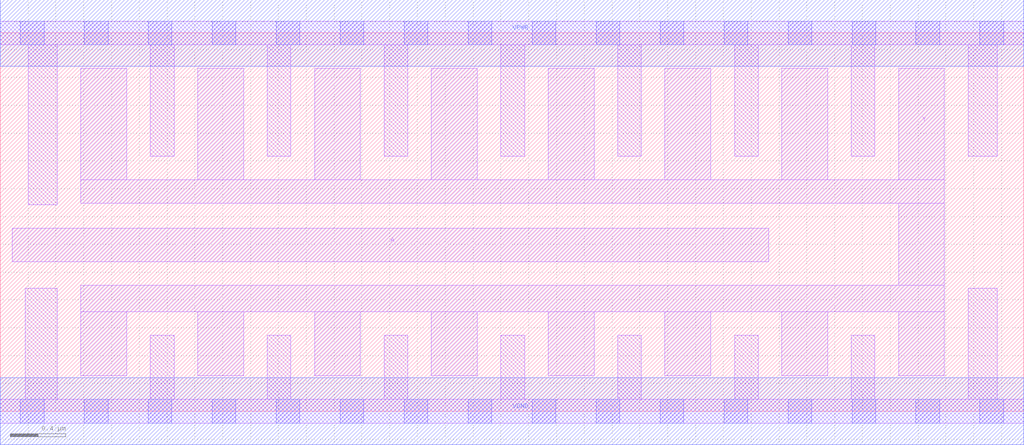
<source format=lef>
# Copyright 2020 The SkyWater PDK Authors
#
# Licensed under the Apache License, Version 2.0 (the "License");
# you may not use this file except in compliance with the License.
# You may obtain a copy of the License at
#
#     https://www.apache.org/licenses/LICENSE-2.0
#
# Unless required by applicable law or agreed to in writing, software
# distributed under the License is distributed on an "AS IS" BASIS,
# WITHOUT WARRANTIES OR CONDITIONS OF ANY KIND, either express or implied.
# See the License for the specific language governing permissions and
# limitations under the License.
#
# SPDX-License-Identifier: Apache-2.0

VERSION 5.7 ;
  NOWIREEXTENSIONATPIN ON ;
  DIVIDERCHAR "/" ;
  BUSBITCHARS "[]" ;
UNITS
  DATABASE MICRONS 200 ;
END UNITS
MACRO sky130_fd_sc_hd__inv_16
  CLASS CORE ;
  FOREIGN sky130_fd_sc_hd__inv_16 ;
  ORIGIN  0.000000  0.000000 ;
  SIZE  7.360000 BY  2.720000 ;
  SYMMETRY X Y R90 ;
  SITE unithd ;
  PIN A
    ANTENNAGATEAREA  3.960000 ;
    DIRECTION INPUT ;
    USE SIGNAL ;
    PORT
      LAYER li1 ;
        RECT 0.085000 1.075000 5.525000 1.315000 ;
    END
  END A
  PIN Y
    ANTENNADIFFAREA  3.564000 ;
    DIRECTION OUTPUT ;
    USE SIGNAL ;
    PORT
      LAYER li1 ;
        RECT 0.580000 0.255000 0.910000 0.715000 ;
        RECT 0.580000 0.715000 6.790000 0.905000 ;
        RECT 0.580000 1.495000 6.790000 1.665000 ;
        RECT 0.580000 1.665000 0.910000 2.465000 ;
        RECT 1.420000 0.255000 1.750000 0.715000 ;
        RECT 1.420000 1.665000 1.750000 2.465000 ;
        RECT 2.260000 0.255000 2.590000 0.715000 ;
        RECT 2.260000 1.665000 2.590000 2.465000 ;
        RECT 3.100000 0.255000 3.430000 0.715000 ;
        RECT 3.100000 1.665000 3.430000 2.465000 ;
        RECT 3.940000 0.255000 4.270000 0.715000 ;
        RECT 3.940000 1.665000 4.270000 2.465000 ;
        RECT 4.780000 0.255000 5.110000 0.715000 ;
        RECT 4.780000 1.665000 5.110000 2.465000 ;
        RECT 5.620000 0.255000 5.950000 0.715000 ;
        RECT 5.620000 1.665000 5.950000 2.465000 ;
        RECT 6.460000 0.255000 6.790000 0.715000 ;
        RECT 6.460000 0.905000 6.790000 1.495000 ;
        RECT 6.460000 1.665000 6.790000 2.465000 ;
    END
  END Y
  PIN VGND
    DIRECTION INOUT ;
    SHAPE ABUTMENT ;
    USE GROUND ;
    PORT
      LAYER met1 ;
        RECT 0.000000 -0.240000 7.360000 0.240000 ;
    END
  END VGND
  PIN VPWR
    DIRECTION INOUT ;
    SHAPE ABUTMENT ;
    USE POWER ;
    PORT
      LAYER met1 ;
        RECT 0.000000 2.480000 7.360000 2.960000 ;
    END
  END VPWR
  OBS
    LAYER li1 ;
      RECT 0.000000 -0.085000 7.360000 0.085000 ;
      RECT 0.000000  2.635000 7.360000 2.805000 ;
      RECT 0.180000  0.085000 0.410000 0.885000 ;
      RECT 0.200000  1.485000 0.410000 2.635000 ;
      RECT 1.080000  0.085000 1.250000 0.545000 ;
      RECT 1.080000  1.835000 1.250000 2.635000 ;
      RECT 1.920000  0.085000 2.090000 0.545000 ;
      RECT 1.920000  1.835000 2.090000 2.635000 ;
      RECT 2.760000  0.085000 2.930000 0.545000 ;
      RECT 2.760000  1.835000 2.930000 2.635000 ;
      RECT 3.600000  0.085000 3.770000 0.545000 ;
      RECT 3.600000  1.835000 3.770000 2.635000 ;
      RECT 4.440000  0.085000 4.610000 0.545000 ;
      RECT 4.440000  1.835000 4.610000 2.635000 ;
      RECT 5.280000  0.085000 5.450000 0.545000 ;
      RECT 5.280000  1.835000 5.450000 2.635000 ;
      RECT 6.120000  0.085000 6.290000 0.545000 ;
      RECT 6.120000  1.835000 6.290000 2.635000 ;
      RECT 6.960000  0.085000 7.170000 0.885000 ;
      RECT 6.960000  1.835000 7.170000 2.635000 ;
    LAYER mcon ;
      RECT 0.145000 -0.085000 0.315000 0.085000 ;
      RECT 0.145000  2.635000 0.315000 2.805000 ;
      RECT 0.605000 -0.085000 0.775000 0.085000 ;
      RECT 0.605000  2.635000 0.775000 2.805000 ;
      RECT 1.065000 -0.085000 1.235000 0.085000 ;
      RECT 1.065000  2.635000 1.235000 2.805000 ;
      RECT 1.525000 -0.085000 1.695000 0.085000 ;
      RECT 1.525000  2.635000 1.695000 2.805000 ;
      RECT 1.985000 -0.085000 2.155000 0.085000 ;
      RECT 1.985000  2.635000 2.155000 2.805000 ;
      RECT 2.445000 -0.085000 2.615000 0.085000 ;
      RECT 2.445000  2.635000 2.615000 2.805000 ;
      RECT 2.905000 -0.085000 3.075000 0.085000 ;
      RECT 2.905000  2.635000 3.075000 2.805000 ;
      RECT 3.365000 -0.085000 3.535000 0.085000 ;
      RECT 3.365000  2.635000 3.535000 2.805000 ;
      RECT 3.825000 -0.085000 3.995000 0.085000 ;
      RECT 3.825000  2.635000 3.995000 2.805000 ;
      RECT 4.285000 -0.085000 4.455000 0.085000 ;
      RECT 4.285000  2.635000 4.455000 2.805000 ;
      RECT 4.745000 -0.085000 4.915000 0.085000 ;
      RECT 4.745000  2.635000 4.915000 2.805000 ;
      RECT 5.205000 -0.085000 5.375000 0.085000 ;
      RECT 5.205000  2.635000 5.375000 2.805000 ;
      RECT 5.665000 -0.085000 5.835000 0.085000 ;
      RECT 5.665000  2.635000 5.835000 2.805000 ;
      RECT 6.125000 -0.085000 6.295000 0.085000 ;
      RECT 6.125000  2.635000 6.295000 2.805000 ;
      RECT 6.585000 -0.085000 6.755000 0.085000 ;
      RECT 6.585000  2.635000 6.755000 2.805000 ;
      RECT 7.045000 -0.085000 7.215000 0.085000 ;
      RECT 7.045000  2.635000 7.215000 2.805000 ;
  END
END sky130_fd_sc_hd__inv_16
END LIBRARY

</source>
